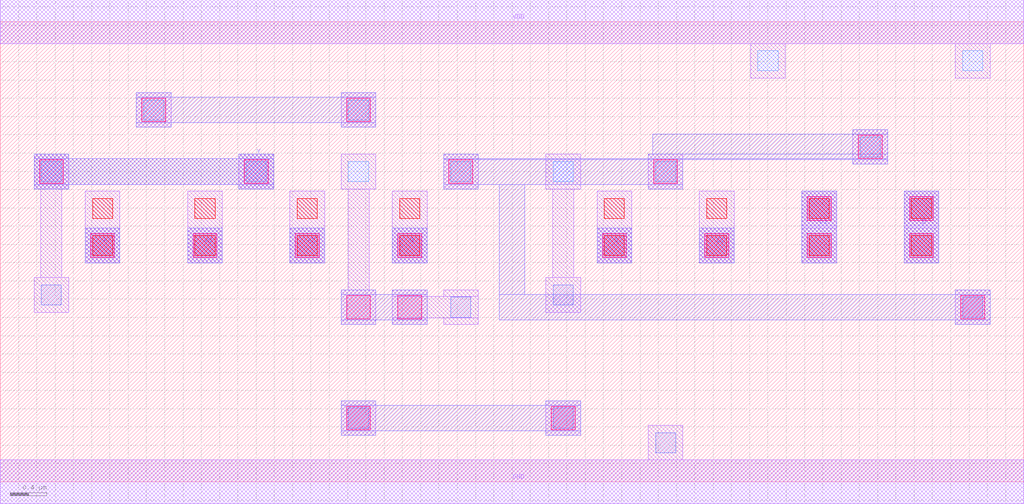
<source format=lef>
MACRO AOAAOI3113
 CLASS CORE ;
 FOREIGN AOAAOI3113 0 0 ;
 SIZE 11.200000000000001 BY 5.04 ;
 ORIGIN 0 0 ;
 SYMMETRY X Y R90 ;
 SITE unit ;
  PIN VDD
   DIRECTION INOUT ;
   USE POWER ;
   SHAPE ABUTMENT ;
    PORT
     CLASS CORE ;
       LAYER met1 ;
        RECT 0.00000000 4.80000000 11.20000000 5.28000000 ;
    END
  END VDD

  PIN GND
   DIRECTION INOUT ;
   USE POWER ;
   SHAPE ABUTMENT ;
    PORT
     CLASS CORE ;
       LAYER met1 ;
        RECT 0.00000000 -0.24000000 11.20000000 0.24000000 ;
    END
  END GND

  PIN Y
   DIRECTION INOUT ;
   USE SIGNAL ;
   SHAPE ABUTMENT ;
    PORT
     CLASS CORE ;
       LAYER met2 ;
        RECT 0.37000000 3.20700000 0.75000000 3.25700000 ;
        RECT 2.61000000 3.20700000 2.99000000 3.25700000 ;
        RECT 0.37000000 3.25700000 2.99000000 3.53700000 ;
        RECT 0.37000000 3.53700000 0.75000000 3.58700000 ;
        RECT 2.61000000 3.53700000 2.99000000 3.58700000 ;
    END
  END Y

  PIN D1
   DIRECTION INOUT ;
   USE SIGNAL ;
   SHAPE ABUTMENT ;
    PORT
     CLASS CORE ;
       LAYER met2 ;
        RECT 8.77000000 2.39700000 9.15000000 3.18200000 ;
    END
  END D1

  PIN A2
   DIRECTION INOUT ;
   USE SIGNAL ;
   SHAPE ABUTMENT ;
    PORT
     CLASS CORE ;
       LAYER met2 ;
        RECT 3.17000000 2.39700000 3.55000000 2.77700000 ;
    END
  END A2

  PIN D
   DIRECTION INOUT ;
   USE SIGNAL ;
   SHAPE ABUTMENT ;
    PORT
     CLASS CORE ;
       LAYER met2 ;
        RECT 9.89000000 2.39700000 10.27000000 3.18200000 ;
    END
  END D

  PIN C
   DIRECTION INOUT ;
   USE SIGNAL ;
   SHAPE ABUTMENT ;
    PORT
     CLASS CORE ;
       LAYER met2 ;
        RECT 6.53000000 2.39700000 6.91000000 2.77700000 ;
    END
  END C

  PIN D2
   DIRECTION INOUT ;
   USE SIGNAL ;
   SHAPE ABUTMENT ;
    PORT
     CLASS CORE ;
       LAYER met2 ;
        RECT 7.65000000 2.39700000 8.03000000 2.77700000 ;
    END
  END D2

  PIN A
   DIRECTION INOUT ;
   USE SIGNAL ;
   SHAPE ABUTMENT ;
    PORT
     CLASS CORE ;
       LAYER met2 ;
        RECT 0.93000000 2.39700000 1.31000000 2.77700000 ;
    END
  END A

  PIN A1
   DIRECTION INOUT ;
   USE SIGNAL ;
   SHAPE ABUTMENT ;
    PORT
     CLASS CORE ;
       LAYER met2 ;
        RECT 2.05000000 2.39700000 2.43000000 2.77700000 ;
    END
  END A1

  PIN B
   DIRECTION INOUT ;
   USE SIGNAL ;
   SHAPE ABUTMENT ;
    PORT
     CLASS CORE ;
       LAYER met2 ;
        RECT 4.29000000 2.39700000 4.67000000 2.77700000 ;
    END
  END B

 OBS
    LAYER polycont ;
     RECT 1.01000000 2.47700000 1.23000000 2.69700000 ;
     RECT 2.13000000 2.47700000 2.35000000 2.69700000 ;
     RECT 3.25000000 2.47700000 3.47000000 2.69700000 ;
     RECT 4.37000000 2.47700000 4.59000000 2.69700000 ;
     RECT 6.61000000 2.47700000 6.83000000 2.69700000 ;
     RECT 7.73000000 2.47700000 7.95000000 2.69700000 ;
     RECT 8.85000000 2.47700000 9.07000000 2.69700000 ;
     RECT 9.97000000 2.47700000 10.19000000 2.69700000 ;
     RECT 1.01000000 2.88200000 1.23000000 3.10200000 ;
     RECT 2.13000000 2.88200000 2.35000000 3.10200000 ;
     RECT 3.25000000 2.88200000 3.47000000 3.10200000 ;
     RECT 4.37000000 2.88200000 4.59000000 3.10200000 ;
     RECT 6.61000000 2.88200000 6.83000000 3.10200000 ;
     RECT 7.73000000 2.88200000 7.95000000 3.10200000 ;
     RECT 8.85000000 2.88200000 9.07000000 3.10200000 ;
     RECT 9.97000000 2.88200000 10.19000000 3.10200000 ;

    LAYER pdiffc ;
     RECT 0.45000000 3.28700000 0.67000000 3.50700000 ;
     RECT 2.69000000 3.28700000 2.91000000 3.50700000 ;
     RECT 3.81000000 3.28700000 4.03000000 3.50700000 ;
     RECT 4.93000000 3.28700000 5.15000000 3.50700000 ;
     RECT 6.05000000 3.28700000 6.27000000 3.50700000 ;
     RECT 7.17000000 3.28700000 7.39000000 3.50700000 ;
     RECT 9.41000000 3.55700000 9.63000000 3.77700000 ;
     RECT 1.57000000 3.96200000 1.79000000 4.18200000 ;
     RECT 3.81000000 3.96200000 4.03000000 4.18200000 ;
     RECT 8.29000000 4.50200000 8.51000000 4.72200000 ;
     RECT 10.53000000 4.50200000 10.75000000 4.72200000 ;

    LAYER ndiffc ;
     RECT 7.17000000 0.31700000 7.39000000 0.53700000 ;
     RECT 3.81000000 0.58700000 4.03000000 0.80700000 ;
     RECT 6.05000000 0.58700000 6.27000000 0.80700000 ;
     RECT 4.93000000 1.80200000 5.15000000 2.02200000 ;
     RECT 10.53000000 1.80200000 10.75000000 2.02200000 ;
     RECT 0.45000000 1.93700000 0.67000000 2.15700000 ;
     RECT 6.05000000 1.93700000 6.27000000 2.15700000 ;

    LAYER met1 ;
     RECT 0.00000000 -0.24000000 11.20000000 0.24000000 ;
     RECT 7.09000000 0.24000000 7.47000000 0.61700000 ;
     RECT 3.73000000 0.50700000 4.11000000 0.88700000 ;
     RECT 5.97000000 0.50700000 6.35000000 0.88700000 ;
     RECT 4.29000000 1.72200000 4.67000000 1.79700000 ;
     RECT 4.85000000 1.72200000 5.23000000 1.79700000 ;
     RECT 4.29000000 1.79700000 5.23000000 2.02700000 ;
     RECT 4.29000000 2.02700000 4.67000000 2.10200000 ;
     RECT 4.85000000 2.02700000 5.23000000 2.10200000 ;
     RECT 10.45000000 1.72200000 10.83000000 2.10200000 ;
     RECT 8.77000000 2.39700000 9.15000000 2.77700000 ;
     RECT 9.89000000 2.39700000 10.27000000 2.77700000 ;
     RECT 0.93000000 2.39700000 1.31000000 3.18200000 ;
     RECT 2.05000000 2.39700000 2.43000000 3.18200000 ;
     RECT 3.17000000 2.39700000 3.55000000 3.18200000 ;
     RECT 4.29000000 2.39700000 4.67000000 3.18200000 ;
     RECT 6.53000000 2.39700000 6.91000000 3.18200000 ;
     RECT 7.65000000 2.39700000 8.03000000 3.18200000 ;
     RECT 8.77000000 2.80200000 9.15000000 3.18200000 ;
     RECT 9.89000000 2.80200000 10.27000000 3.18200000 ;
     RECT 0.37000000 1.85700000 0.75000000 2.23700000 ;
     RECT 0.44500000 2.23700000 0.67500000 3.20700000 ;
     RECT 0.37000000 3.20700000 0.75000000 3.58700000 ;
     RECT 2.61000000 3.20700000 2.99000000 3.58700000 ;
     RECT 3.73000000 1.72200000 4.11000000 2.10200000 ;
     RECT 3.80500000 2.10200000 4.03500000 3.20700000 ;
     RECT 3.73000000 3.20700000 4.11000000 3.58700000 ;
     RECT 4.85000000 3.20700000 5.23000000 3.58700000 ;
     RECT 5.97000000 1.85700000 6.35000000 2.23700000 ;
     RECT 6.04500000 2.23700000 6.27500000 3.20700000 ;
     RECT 5.97000000 3.20700000 6.35000000 3.58700000 ;
     RECT 7.09000000 3.20700000 7.47000000 3.58700000 ;
     RECT 9.33000000 3.47700000 9.71000000 3.85700000 ;
     RECT 1.49000000 3.88200000 1.87000000 4.26200000 ;
     RECT 3.73000000 3.88200000 4.11000000 4.26200000 ;
     RECT 8.21000000 4.42200000 8.59000000 4.80000000 ;
     RECT 10.45000000 4.42200000 10.83000000 4.80000000 ;
     RECT 0.00000000 4.80000000 11.20000000 5.28000000 ;

    LAYER via1 ;
     RECT 3.79000000 0.56700000 4.05000000 0.82700000 ;
     RECT 6.03000000 0.56700000 6.29000000 0.82700000 ;
     RECT 3.79000000 1.78200000 4.05000000 2.04200000 ;
     RECT 4.35000000 1.78200000 4.61000000 2.04200000 ;
     RECT 10.51000000 1.78200000 10.77000000 2.04200000 ;
     RECT 0.99000000 2.45700000 1.25000000 2.71700000 ;
     RECT 2.11000000 2.45700000 2.37000000 2.71700000 ;
     RECT 3.23000000 2.45700000 3.49000000 2.71700000 ;
     RECT 4.35000000 2.45700000 4.61000000 2.71700000 ;
     RECT 6.59000000 2.45700000 6.85000000 2.71700000 ;
     RECT 7.71000000 2.45700000 7.97000000 2.71700000 ;
     RECT 8.83000000 2.45700000 9.09000000 2.71700000 ;
     RECT 9.95000000 2.45700000 10.21000000 2.71700000 ;
     RECT 8.83000000 2.86200000 9.09000000 3.12200000 ;
     RECT 9.95000000 2.86200000 10.21000000 3.12200000 ;
     RECT 0.43000000 3.26700000 0.69000000 3.52700000 ;
     RECT 2.67000000 3.26700000 2.93000000 3.52700000 ;
     RECT 4.91000000 3.26700000 5.17000000 3.52700000 ;
     RECT 7.15000000 3.26700000 7.41000000 3.52700000 ;
     RECT 9.39000000 3.53700000 9.65000000 3.79700000 ;
     RECT 1.55000000 3.94200000 1.81000000 4.20200000 ;
     RECT 3.79000000 3.94200000 4.05000000 4.20200000 ;

    LAYER met2 ;
     RECT 3.73000000 0.50700000 4.11000000 0.55700000 ;
     RECT 5.97000000 0.50700000 6.35000000 0.55700000 ;
     RECT 3.73000000 0.55700000 6.35000000 0.83700000 ;
     RECT 3.73000000 0.83700000 4.11000000 0.88700000 ;
     RECT 5.97000000 0.83700000 6.35000000 0.88700000 ;
     RECT 3.73000000 1.72200000 4.11000000 1.77200000 ;
     RECT 4.29000000 1.72200000 4.67000000 1.77200000 ;
     RECT 3.73000000 1.77200000 4.67000000 2.05200000 ;
     RECT 3.73000000 2.05200000 4.11000000 2.10200000 ;
     RECT 4.29000000 2.05200000 4.67000000 2.10200000 ;
     RECT 0.93000000 2.39700000 1.31000000 2.77700000 ;
     RECT 2.05000000 2.39700000 2.43000000 2.77700000 ;
     RECT 3.17000000 2.39700000 3.55000000 2.77700000 ;
     RECT 4.29000000 2.39700000 4.67000000 2.77700000 ;
     RECT 6.53000000 2.39700000 6.91000000 2.77700000 ;
     RECT 7.65000000 2.39700000 8.03000000 2.77700000 ;
     RECT 8.77000000 2.39700000 9.15000000 3.18200000 ;
     RECT 9.89000000 2.39700000 10.27000000 3.18200000 ;
     RECT 0.37000000 3.20700000 0.75000000 3.25700000 ;
     RECT 2.61000000 3.20700000 2.99000000 3.25700000 ;
     RECT 0.37000000 3.25700000 2.99000000 3.53700000 ;
     RECT 0.37000000 3.53700000 0.75000000 3.58700000 ;
     RECT 2.61000000 3.53700000 2.99000000 3.58700000 ;
     RECT 10.45000000 1.72200000 10.83000000 1.77200000 ;
     RECT 5.46000000 1.77200000 10.83000000 2.05200000 ;
     RECT 10.45000000 2.05200000 10.83000000 2.10200000 ;
     RECT 4.85000000 3.20700000 5.23000000 3.25700000 ;
     RECT 5.46000000 2.05200000 5.74000000 3.25700000 ;
     RECT 7.09000000 3.20700000 7.47000000 3.25700000 ;
     RECT 4.85000000 3.25700000 7.47000000 3.52700000 ;
     RECT 9.33000000 3.47700000 9.71000000 3.52700000 ;
     RECT 4.85000000 3.52700000 9.71000000 3.53700000 ;
     RECT 4.85000000 3.53700000 5.23000000 3.58700000 ;
     RECT 7.09000000 3.53700000 9.71000000 3.58700000 ;
     RECT 7.14000000 3.58700000 9.71000000 3.80700000 ;
     RECT 9.33000000 3.80700000 9.71000000 3.85700000 ;
     RECT 1.49000000 3.88200000 1.87000000 3.93200000 ;
     RECT 3.73000000 3.88200000 4.11000000 3.93200000 ;
     RECT 1.49000000 3.93200000 4.11000000 4.21200000 ;
     RECT 1.49000000 4.21200000 1.87000000 4.26200000 ;
     RECT 3.73000000 4.21200000 4.11000000 4.26200000 ;

 END
END AOAAOI3113

</source>
